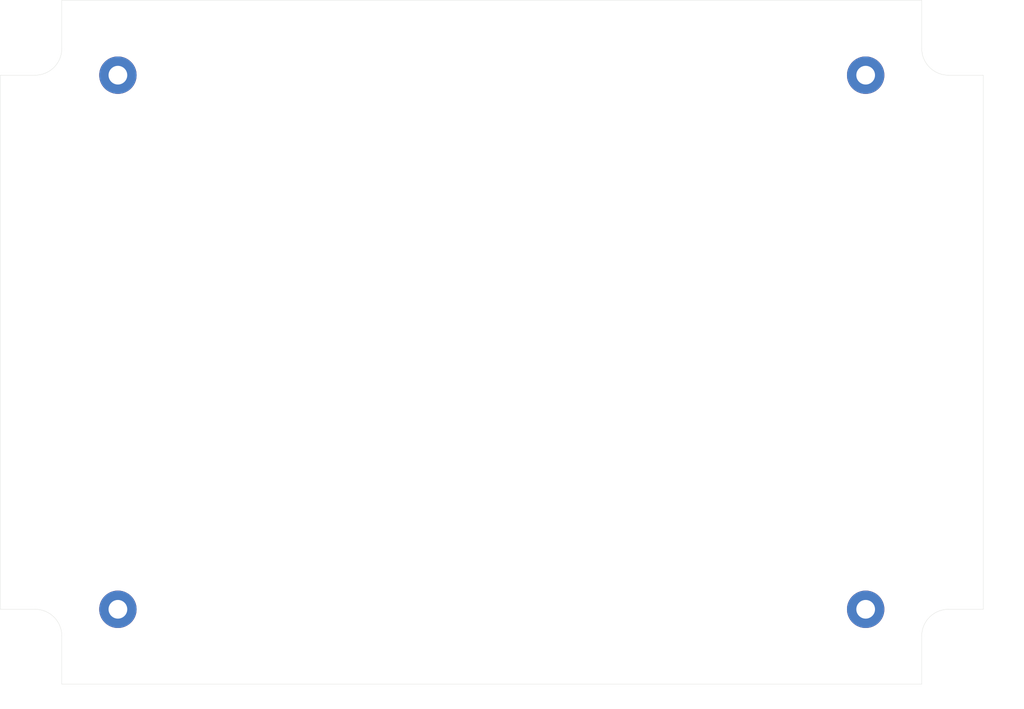
<source format=kicad_pcb>
(kicad_pcb (version 20171130) (host pcbnew "(5.1.4)-1")

  (general
    (thickness 1.6)
    (drawings 18)
    (tracks 0)
    (zones 0)
    (modules 4)
    (nets 1)
  )

  (page A4)
  (layers
    (0 F.Cu signal)
    (31 B.Cu signal)
    (32 B.Adhes user)
    (33 F.Adhes user)
    (34 B.Paste user)
    (35 F.Paste user)
    (36 B.SilkS user)
    (37 F.SilkS user)
    (38 B.Mask user)
    (39 F.Mask user)
    (40 Dwgs.User user)
    (41 Cmts.User user)
    (42 Eco1.User user)
    (43 Eco2.User user)
    (44 Edge.Cuts user)
    (45 Margin user)
    (46 B.CrtYd user)
    (47 F.CrtYd user)
    (48 B.Fab user)
    (49 F.Fab user)
  )

  (setup
    (last_trace_width 0.25)
    (trace_clearance 0.2)
    (zone_clearance 0.508)
    (zone_45_only no)
    (trace_min 0.2)
    (via_size 0.8)
    (via_drill 0.4)
    (via_min_size 0.4)
    (via_min_drill 0.3)
    (uvia_size 0.3)
    (uvia_drill 0.1)
    (uvias_allowed no)
    (uvia_min_size 0.2)
    (uvia_min_drill 0.1)
    (edge_width 0.05)
    (segment_width 0.2)
    (pcb_text_width 0.3)
    (pcb_text_size 1.5 1.5)
    (mod_edge_width 0.12)
    (mod_text_size 1 1)
    (mod_text_width 0.15)
    (pad_size 1.524 1.524)
    (pad_drill 0.762)
    (pad_to_mask_clearance 0.051)
    (solder_mask_min_width 0.25)
    (aux_axis_origin 0 0)
    (visible_elements 7FFFFFFF)
    (pcbplotparams
      (layerselection 0x010fc_ffffffff)
      (usegerberextensions false)
      (usegerberattributes false)
      (usegerberadvancedattributes false)
      (creategerberjobfile false)
      (excludeedgelayer true)
      (linewidth 0.100000)
      (plotframeref false)
      (viasonmask false)
      (mode 1)
      (useauxorigin false)
      (hpglpennumber 1)
      (hpglpenspeed 20)
      (hpglpendiameter 15.000000)
      (psnegative false)
      (psa4output false)
      (plotreference true)
      (plotvalue true)
      (plotinvisibletext false)
      (padsonsilk false)
      (subtractmaskfromsilk false)
      (outputformat 1)
      (mirror false)
      (drillshape 1)
      (scaleselection 1)
      (outputdirectory ""))
  )

  (net 0 "")

  (net_class Default "This is the default net class."
    (clearance 0.2)
    (trace_width 0.25)
    (via_dia 0.8)
    (via_drill 0.4)
    (uvia_dia 0.3)
    (uvia_drill 0.1)
  )

  (module MountingHole:MountingHole_3.5mm_Pad (layer F.Cu) (tedit 56D1B4CB) (tstamp 5D722C4E)
    (at 37 29)
    (descr "Mounting Hole 3.5mm")
    (tags "mounting hole 3.5mm")
    (attr virtual)
    (fp_text reference ~ (at 0 -4.5) (layer F.SilkS) hide
      (effects (font (size 1 1) (thickness 0.15)))
    )
    (fp_text value ~ (at 0 4.5) (layer F.Fab) hide
      (effects (font (size 1 1) (thickness 0.15)))
    )
    (fp_text user %R (at 0.3 0) (layer F.Fab)
      (effects (font (size 1 1) (thickness 0.15)))
    )
    (fp_circle (center 0 0) (end 3.5 0) (layer Cmts.User) (width 0.15))
    (fp_circle (center 0 0) (end 3.75 0) (layer F.CrtYd) (width 0.05))
    (pad ~ thru_hole circle (at 0 0) (size 7 7) (drill 3.5) (layers *.Cu *.Mask))
  )

  (module MountingHole:MountingHole_3.5mm_Pad (layer F.Cu) (tedit 56D1B4CB) (tstamp 5D722C40)
    (at 37 129)
    (descr "Mounting Hole 3.5mm")
    (tags "mounting hole 3.5mm")
    (attr virtual)
    (fp_text reference ~ (at 0 -4.5) (layer F.SilkS) hide
      (effects (font (size 1 1) (thickness 0.15)))
    )
    (fp_text value ~ (at 0 4.5) (layer F.Fab) hide
      (effects (font (size 1 1) (thickness 0.15)))
    )
    (fp_circle (center 0 0) (end 3.75 0) (layer F.CrtYd) (width 0.05))
    (fp_circle (center 0 0) (end 3.5 0) (layer Cmts.User) (width 0.15))
    (fp_text user %R (at 0.3 0) (layer F.Fab)
      (effects (font (size 1 1) (thickness 0.15)))
    )
    (pad ~ thru_hole circle (at 0 0) (size 7 7) (drill 3.5) (layers *.Cu *.Mask))
  )

  (module MountingHole:MountingHole_3.5mm_Pad (layer F.Cu) (tedit 56D1B4CB) (tstamp 5D722C32)
    (at 177 29)
    (descr "Mounting Hole 3.5mm")
    (tags "mounting hole 3.5mm")
    (attr virtual)
    (fp_text reference ~ (at 0 -4.5) (layer F.SilkS) hide
      (effects (font (size 1 1) (thickness 0.15)))
    )
    (fp_text value ~ (at 0 4.5) (layer F.Fab) hide
      (effects (font (size 1 1) (thickness 0.15)))
    )
    (fp_text user %R (at 0.3 0) (layer F.Fab)
      (effects (font (size 1 1) (thickness 0.15)))
    )
    (fp_circle (center 0 0) (end 3.5 0) (layer Cmts.User) (width 0.15))
    (fp_circle (center 0 0) (end 3.75 0) (layer F.CrtYd) (width 0.05))
    (pad ~ thru_hole circle (at 0 0) (size 7 7) (drill 3.5) (layers *.Cu *.Mask))
  )

  (module MountingHole:MountingHole_3.5mm_Pad (layer F.Cu) (tedit 56D1B4CB) (tstamp 5D722BFE)
    (at 177 129)
    (descr "Mounting Hole 3.5mm")
    (tags "mounting hole 3.5mm")
    (attr virtual)
    (fp_text reference ~ (at 0 -4.5) (layer F.SilkS) hide
      (effects (font (size 1 1) (thickness 0.15)))
    )
    (fp_text value ~ (at 0 4.5) (layer F.Fab) hide
      (effects (font (size 1 1) (thickness 0.15)))
    )
    (fp_circle (center 0 0) (end 3.75 0) (layer F.CrtYd) (width 0.05))
    (fp_circle (center 0 0) (end 3.5 0) (layer Cmts.User) (width 0.15))
    (fp_text user %R (at 0.3 0) (layer F.Fab)
      (effects (font (size 1 1) (thickness 0.15)))
    )
    (pad ~ thru_hole circle (at 0 0) (size 7 7) (drill 3.5) (layers *.Cu *.Mask))
  )

  (dimension 128 (width 0.15) (layer Dwgs.User)
    (gr_text "128.000 mm" (at 205.3 79 90) (layer Dwgs.User)
      (effects (font (size 1 1) (thickness 0.15)))
    )
    (feature1 (pts (xy 199 15) (xy 204.586421 15)))
    (feature2 (pts (xy 199 143) (xy 204.586421 143)))
    (crossbar (pts (xy 204 143) (xy 204 15)))
    (arrow1a (pts (xy 204 15) (xy 204.586421 16.126504)))
    (arrow1b (pts (xy 204 15) (xy 203.413579 16.126504)))
    (arrow2a (pts (xy 204 143) (xy 204.586421 141.873496)))
    (arrow2b (pts (xy 204 143) (xy 203.413579 141.873496)))
  )
  (dimension 184 (width 0.15) (layer Dwgs.User)
    (gr_text "184.000 mm" (at 107 148.3) (layer Dwgs.User) (tstamp 5D7256C0)
      (effects (font (size 1 1) (thickness 0.15)))
    )
    (feature1 (pts (xy 199 143) (xy 199 147.586421)))
    (feature2 (pts (xy 15 143) (xy 15 147.586421)))
    (crossbar (pts (xy 15 147) (xy 199 147)))
    (arrow1a (pts (xy 199 147) (xy 197.873496 147.586421)))
    (arrow1b (pts (xy 199 147) (xy 197.873496 146.413579)))
    (arrow2a (pts (xy 15 147) (xy 16.126504 147.586421)))
    (arrow2b (pts (xy 15 147) (xy 16.126504 146.413579)))
  )
  (gr_line (start 15 129) (end 21.5 129) (layer Edge.Cuts) (width 0.05) (tstamp 5D725624))
  (gr_line (start 26.5 143) (end 26.5 134) (layer Edge.Cuts) (width 0.05) (tstamp 5D725620))
  (gr_line (start 187.5 134) (end 187.5 143) (layer Edge.Cuts) (width 0.05) (tstamp 5D72561A))
  (gr_line (start 192.5 129) (end 199 129) (layer Edge.Cuts) (width 0.05) (tstamp 5D725616))
  (gr_line (start 192.5 29) (end 199 29) (layer Edge.Cuts) (width 0.05) (tstamp 5D725610))
  (gr_line (start 187.5 15) (end 187.5 24) (layer Edge.Cuts) (width 0.05) (tstamp 5D72560D))
  (gr_line (start 26.5 24) (end 26.5 15) (layer Edge.Cuts) (width 0.05) (tstamp 5D725600))
  (gr_line (start 21.5 29) (end 15 29) (layer Edge.Cuts) (width 0.05) (tstamp 5D7255FA))
  (gr_arc (start 21.5 134) (end 26.5 134) (angle -90) (layer Edge.Cuts) (width 0.05) (tstamp 5D7255CA))
  (gr_arc (start 192.5 134) (end 192.5 129) (angle -90) (layer Edge.Cuts) (width 0.05) (tstamp 5D7255C2))
  (gr_arc (start 192.5 24) (end 187.5 24) (angle -90) (layer Edge.Cuts) (width 0.05) (tstamp 5D7255BA))
  (gr_arc (start 21.5 24) (end 21.5 29) (angle -90) (layer Edge.Cuts) (width 0.05))
  (gr_line (start 199 129) (end 199 29) (layer Edge.Cuts) (width 0.05))
  (gr_line (start 15 29) (end 15 129) (layer Edge.Cuts) (width 0.05))
  (gr_line (start 26.5 143) (end 187.5 143) (layer Edge.Cuts) (width 0.05) (tstamp 5D722B58))
  (gr_line (start 26.5 15) (end 187.5 15) (layer Edge.Cuts) (width 0.05))

)

</source>
